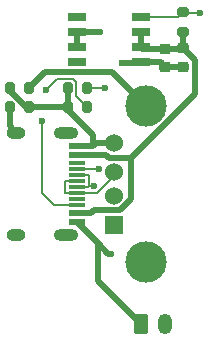
<source format=gbr>
%TF.GenerationSoftware,KiCad,Pcbnew,8.0.7*%
%TF.CreationDate,2025-01-19T22:37:32+01:00*%
%TF.ProjectId,USBPowerCut2,55534250-6f77-4657-9243-7574322e6b69,rev?*%
%TF.SameCoordinates,Original*%
%TF.FileFunction,Copper,L1,Top*%
%TF.FilePolarity,Positive*%
%FSLAX46Y46*%
G04 Gerber Fmt 4.6, Leading zero omitted, Abs format (unit mm)*
G04 Created by KiCad (PCBNEW 8.0.7) date 2025-01-19 22:37:32*
%MOMM*%
%LPD*%
G01*
G04 APERTURE LIST*
G04 Aperture macros list*
%AMRoundRect*
0 Rectangle with rounded corners*
0 $1 Rounding radius*
0 $2 $3 $4 $5 $6 $7 $8 $9 X,Y pos of 4 corners*
0 Add a 4 corners polygon primitive as box body*
4,1,4,$2,$3,$4,$5,$6,$7,$8,$9,$2,$3,0*
0 Add four circle primitives for the rounded corners*
1,1,$1+$1,$2,$3*
1,1,$1+$1,$4,$5*
1,1,$1+$1,$6,$7*
1,1,$1+$1,$8,$9*
0 Add four rect primitives between the rounded corners*
20,1,$1+$1,$2,$3,$4,$5,0*
20,1,$1+$1,$4,$5,$6,$7,0*
20,1,$1+$1,$6,$7,$8,$9,0*
20,1,$1+$1,$8,$9,$2,$3,0*%
G04 Aperture macros list end*
%TA.AperFunction,SMDPad,CuDef*%
%ADD10RoundRect,0.200000X0.200000X0.275000X-0.200000X0.275000X-0.200000X-0.275000X0.200000X-0.275000X0*%
%TD*%
%TA.AperFunction,ComponentPad*%
%ADD11R,1.524000X1.524000*%
%TD*%
%TA.AperFunction,ComponentPad*%
%ADD12C,1.524000*%
%TD*%
%TA.AperFunction,ComponentPad*%
%ADD13C,3.500000*%
%TD*%
%TA.AperFunction,ComponentPad*%
%ADD14RoundRect,0.250000X-0.350000X-0.625000X0.350000X-0.625000X0.350000X0.625000X-0.350000X0.625000X0*%
%TD*%
%TA.AperFunction,ComponentPad*%
%ADD15O,1.200000X1.750000*%
%TD*%
%TA.AperFunction,SMDPad,CuDef*%
%ADD16RoundRect,0.225000X0.250000X-0.225000X0.250000X0.225000X-0.250000X0.225000X-0.250000X-0.225000X0*%
%TD*%
%TA.AperFunction,ComponentPad*%
%ADD17O,1.600000X1.000000*%
%TD*%
%TA.AperFunction,ComponentPad*%
%ADD18O,2.100000X1.000000*%
%TD*%
%TA.AperFunction,SMDPad,CuDef*%
%ADD19R,1.450000X0.600000*%
%TD*%
%TA.AperFunction,SMDPad,CuDef*%
%ADD20R,1.450000X0.300000*%
%TD*%
%TA.AperFunction,SMDPad,CuDef*%
%ADD21R,1.500000X0.650000*%
%TD*%
%TA.AperFunction,SMDPad,CuDef*%
%ADD22RoundRect,0.200000X-0.200000X-0.275000X0.200000X-0.275000X0.200000X0.275000X-0.200000X0.275000X0*%
%TD*%
%TA.AperFunction,SMDPad,CuDef*%
%ADD23RoundRect,0.200000X0.275000X-0.200000X0.275000X0.200000X-0.275000X0.200000X-0.275000X-0.200000X0*%
%TD*%
%TA.AperFunction,ViaPad*%
%ADD24C,0.600000*%
%TD*%
%TA.AperFunction,Conductor*%
%ADD25C,0.508000*%
%TD*%
%TA.AperFunction,Conductor*%
%ADD26C,0.200000*%
%TD*%
G04 APERTURE END LIST*
D10*
%TO.P,R3,1*%
%TO.N,Net-(J1-CC1)*%
X9225000Y-7400000D03*
%TO.P,R3,2*%
%TO.N,GND*%
X7575000Y-7400000D03*
%TD*%
D11*
%TO.P,J3,1,VBUS*%
%TO.N,PWR*%
X11500000Y-19000000D03*
D12*
%TO.P,J3,2,D-*%
%TO.N,/D-*%
X11500000Y-16500000D03*
%TO.P,J3,3,D+*%
%TO.N,/D+*%
X11500000Y-14500000D03*
%TO.P,J3,4,GND*%
%TO.N,GND*%
X11500000Y-12000000D03*
D13*
%TO.P,J3,5,Shield*%
%TO.N,Net-(J3-Shield)*%
X14210000Y-22070000D03*
X14210000Y-8930000D03*
%TD*%
D10*
%TO.P,R2,1*%
%TO.N,Net-(J1-CC2)*%
X9225000Y-9000000D03*
%TO.P,R2,2*%
%TO.N,GND*%
X7575000Y-9000000D03*
%TD*%
D14*
%TO.P,J2,1,Pin_1*%
%TO.N,GND*%
X13800000Y-27400000D03*
D15*
%TO.P,J2,2,Pin_2*%
%TO.N,Net-(IC1-EN)*%
X15800000Y-27400000D03*
%TD*%
D16*
%TO.P,C2,1*%
%TO.N,GND*%
X15850000Y-5600000D03*
%TO.P,C2,2*%
%TO.N,VBUS*%
X15850000Y-4050000D03*
%TD*%
D10*
%TO.P,R5,2*%
%TO.N,GND*%
X2675000Y-7400000D03*
%TO.P,R5,1*%
%TO.N,Net-(J3-Shield)*%
X4325000Y-7400000D03*
%TD*%
D16*
%TO.P,C1,2*%
%TO.N,VBUS*%
X17350000Y-4025000D03*
%TO.P,C1,1*%
%TO.N,GND*%
X17350000Y-5575000D03*
%TD*%
D17*
%TO.P,J1,S1,SHIELD*%
%TO.N,Net-(J1-SHIELD)*%
X3250000Y-19820000D03*
D18*
X7430000Y-19820000D03*
D17*
X3250000Y-11180000D03*
D18*
X7430000Y-11180000D03*
D19*
%TO.P,J1,B12,GND*%
%TO.N,GND*%
X8345000Y-12250000D03*
%TO.P,J1,B9,VBUS*%
%TO.N,VBUS*%
X8345000Y-13050000D03*
D20*
%TO.P,J1,B8,SBU2*%
%TO.N,unconnected-(J1-SBU2-PadB8)*%
X8345000Y-13750000D03*
%TO.P,J1,B7,D-*%
%TO.N,/D-*%
X8345000Y-14750000D03*
%TO.P,J1,B6,D+*%
%TO.N,/D+*%
X8345000Y-16250000D03*
%TO.P,J1,B5,CC2*%
%TO.N,Net-(J1-CC2)*%
X8345000Y-17250000D03*
D19*
%TO.P,J1,B4,VBUS*%
%TO.N,VBUS*%
X8345000Y-17950000D03*
%TO.P,J1,B1,GND*%
%TO.N,GND*%
X8345000Y-18750000D03*
%TO.P,J1,A12,GND*%
X8345000Y-18750000D03*
%TO.P,J1,A9,VBUS*%
%TO.N,VBUS*%
X8345000Y-17950000D03*
D20*
%TO.P,J1,A8,SBU1*%
%TO.N,unconnected-(J1-SBU1-PadA8)*%
X8345000Y-16750000D03*
%TO.P,J1,A7,D-*%
%TO.N,/D-*%
X8345000Y-15750000D03*
%TO.P,J1,A6,D+*%
%TO.N,/D+*%
X8345000Y-15250000D03*
%TO.P,J1,A5,CC1*%
%TO.N,Net-(J1-CC1)*%
X8345000Y-14250000D03*
D19*
%TO.P,J1,A4,VBUS*%
%TO.N,VBUS*%
X8345000Y-13050000D03*
%TO.P,J1,A1,GND*%
%TO.N,GND*%
X8345000Y-12250000D03*
%TD*%
D21*
%TO.P,IC1,8,NC*%
%TO.N,unconnected-(IC1-NC-Pad8)*%
X8400000Y-5205000D03*
%TO.P,IC1,7,OUT_2*%
%TO.N,PWR*%
X8400000Y-3935000D03*
%TO.P,IC1,6,OUT_1*%
X8400000Y-2665000D03*
%TO.P,IC1,5,FLG*%
%TO.N,unconnected-(IC1-FLG-Pad5)*%
X8400000Y-1395000D03*
%TO.P,IC1,4,EN*%
%TO.N,Net-(IC1-EN)*%
X13800000Y-1395000D03*
%TO.P,IC1,3,IN_2*%
%TO.N,VBUS*%
X13800000Y-2665000D03*
%TO.P,IC1,2,IN_1*%
X13800000Y-3935000D03*
%TO.P,IC1,1,GND*%
%TO.N,GND*%
X13800000Y-5205000D03*
%TD*%
D22*
%TO.P,R1,1*%
%TO.N,Net-(J1-SHIELD)*%
X2675000Y-9000000D03*
%TO.P,R1,2*%
%TO.N,GND*%
X4325000Y-9000000D03*
%TD*%
D23*
%TO.P,R4,1*%
%TO.N,VBUS*%
X17350000Y-2625000D03*
%TO.P,R4,2*%
%TO.N,Net-(IC1-EN)*%
X17350000Y-975000D03*
%TD*%
D24*
%TO.N,Net-(J1-CC2)*%
X5450000Y-10175000D03*
X5725000Y-7575000D03*
%TO.N,GND*%
X11250000Y-21425000D03*
X12175000Y-5225000D03*
%TO.N,Net-(IC1-EN)*%
X18800000Y-1000000D03*
%TO.N,PWR*%
X10300000Y-2675000D03*
%TO.N,/D-*%
X9825000Y-15675000D03*
%TO.N,Net-(J1-CC1)*%
X10746000Y-7375000D03*
X10200000Y-14200000D03*
%TD*%
D25*
%TO.N,VBUS*%
X9556000Y-17950000D02*
X8345000Y-17950000D01*
X9790000Y-17716000D02*
X9556000Y-17950000D01*
X12003684Y-17716000D02*
X9790000Y-17716000D01*
X12972927Y-16746757D02*
X12003684Y-17716000D01*
X12972927Y-13284000D02*
X12972927Y-16746757D01*
D26*
%TO.N,Net-(J1-CC2)*%
X6450000Y-17250000D02*
X8345000Y-17250000D01*
X5450000Y-10175000D02*
X5450000Y-16250000D01*
X5450000Y-16250000D02*
X6450000Y-17250000D01*
D25*
%TO.N,GND*%
X4080438Y-9000000D02*
X4325000Y-9000000D01*
X2675000Y-7594562D02*
X4080438Y-9000000D01*
X2675000Y-7400000D02*
X2675000Y-7594562D01*
D26*
%TO.N,Net-(J1-CC2)*%
X6675000Y-6625000D02*
X5725000Y-7575000D01*
X8275000Y-6854000D02*
X8046000Y-6625000D01*
X8046000Y-6625000D02*
X6675000Y-6625000D01*
X8275000Y-8050000D02*
X8275000Y-6854000D01*
X9225000Y-9000000D02*
X8275000Y-8050000D01*
D25*
%TO.N,Net-(J3-Shield)*%
X11330000Y-6050000D02*
X14210000Y-8930000D01*
X5675000Y-6050000D02*
X11330000Y-6050000D01*
X4325000Y-7400000D02*
X5675000Y-6050000D01*
%TO.N,GND*%
X9725000Y-11375000D02*
X9725000Y-12250000D01*
X7575000Y-9225000D02*
X9725000Y-11375000D01*
X7575000Y-9000000D02*
X7575000Y-9225000D01*
D26*
%TO.N,Net-(J1-CC1)*%
X10746000Y-7375000D02*
X10721000Y-7400000D01*
X10721000Y-7400000D02*
X9225000Y-7400000D01*
D25*
%TO.N,GND*%
X11250000Y-21425000D02*
X11020000Y-21425000D01*
X11020000Y-21425000D02*
X10120000Y-20525000D01*
%TO.N,Net-(J1-SHIELD)*%
X2675000Y-10605000D02*
X3250000Y-11180000D01*
X2675000Y-9000000D02*
X2675000Y-10605000D01*
%TO.N,GND*%
X13780000Y-5225000D02*
X13800000Y-5205000D01*
X12175000Y-5225000D02*
X13780000Y-5225000D01*
X15875000Y-5575000D02*
X15850000Y-5600000D01*
X17350000Y-5575000D02*
X15875000Y-5575000D01*
X15455000Y-5205000D02*
X15850000Y-5600000D01*
X13800000Y-5205000D02*
X15455000Y-5205000D01*
X4325000Y-9000000D02*
X7575000Y-9000000D01*
X7575000Y-7400000D02*
X7575000Y-9000000D01*
D26*
%TO.N,Net-(IC1-EN)*%
X17375000Y-1000000D02*
X17350000Y-975000D01*
X18800000Y-1000000D02*
X17375000Y-1000000D01*
X16930000Y-1395000D02*
X17350000Y-975000D01*
X13800000Y-1395000D02*
X16930000Y-1395000D01*
D25*
%TO.N,VBUS*%
X13915000Y-4050000D02*
X13800000Y-3935000D01*
X15850000Y-4050000D02*
X13915000Y-4050000D01*
X15850000Y-4050000D02*
X17325000Y-4050000D01*
X17325000Y-4050000D02*
X17350000Y-4025000D01*
X17350000Y-4025000D02*
X17350000Y-2625000D01*
X18350000Y-5025000D02*
X17350000Y-4025000D01*
X18350000Y-7906927D02*
X18350000Y-5025000D01*
X11064316Y-13284000D02*
X12972927Y-13284000D01*
X10830316Y-13050000D02*
X11064316Y-13284000D01*
X8345000Y-13050000D02*
X10830316Y-13050000D01*
X12972927Y-13284000D02*
X18350000Y-7906927D01*
%TO.N,PWR*%
X8410000Y-2675000D02*
X8400000Y-2665000D01*
X10300000Y-2675000D02*
X8410000Y-2675000D01*
X8400000Y-2665000D02*
X8400000Y-3935000D01*
%TO.N,VBUS*%
X13800000Y-3935000D02*
X13800000Y-2665000D01*
%TO.N,GND*%
X10120000Y-23720000D02*
X13800000Y-27400000D01*
X10120000Y-20525000D02*
X10120000Y-23720000D01*
X8345000Y-18750000D02*
X10120000Y-20525000D01*
X9975000Y-12000000D02*
X9725000Y-12250000D01*
X9725000Y-12250000D02*
X8345000Y-12250000D01*
X11500000Y-12000000D02*
X9975000Y-12000000D01*
D26*
%TO.N,/D+*%
X11500000Y-14848529D02*
X10073529Y-16275000D01*
X11500000Y-14500000D02*
X11500000Y-14848529D01*
X10073529Y-16275000D02*
X8370000Y-16275000D01*
X8370000Y-16275000D02*
X8345000Y-16250000D01*
%TO.N,/D-*%
X9395000Y-15675000D02*
X9370000Y-15700000D01*
X9825000Y-15675000D02*
X9395000Y-15675000D01*
%TO.N,/D+*%
X7370000Y-16250000D02*
X8345000Y-16250000D01*
X7320000Y-16200000D02*
X7370000Y-16250000D01*
X7320000Y-15300000D02*
X7320000Y-16200000D01*
X8345000Y-15250000D02*
X7370000Y-15250000D01*
X7370000Y-15250000D02*
X7320000Y-15300000D01*
%TO.N,/D-*%
X9370000Y-15700000D02*
X9320000Y-15750000D01*
X9370000Y-14800000D02*
X9370000Y-15700000D01*
X9320000Y-15750000D02*
X8345000Y-15750000D01*
X9320000Y-14750000D02*
X9370000Y-14800000D01*
X8345000Y-14750000D02*
X9320000Y-14750000D01*
%TO.N,Net-(J1-CC1)*%
X8395000Y-14200000D02*
X8345000Y-14250000D01*
X10200000Y-14200000D02*
X8395000Y-14200000D01*
%TD*%
M02*

</source>
